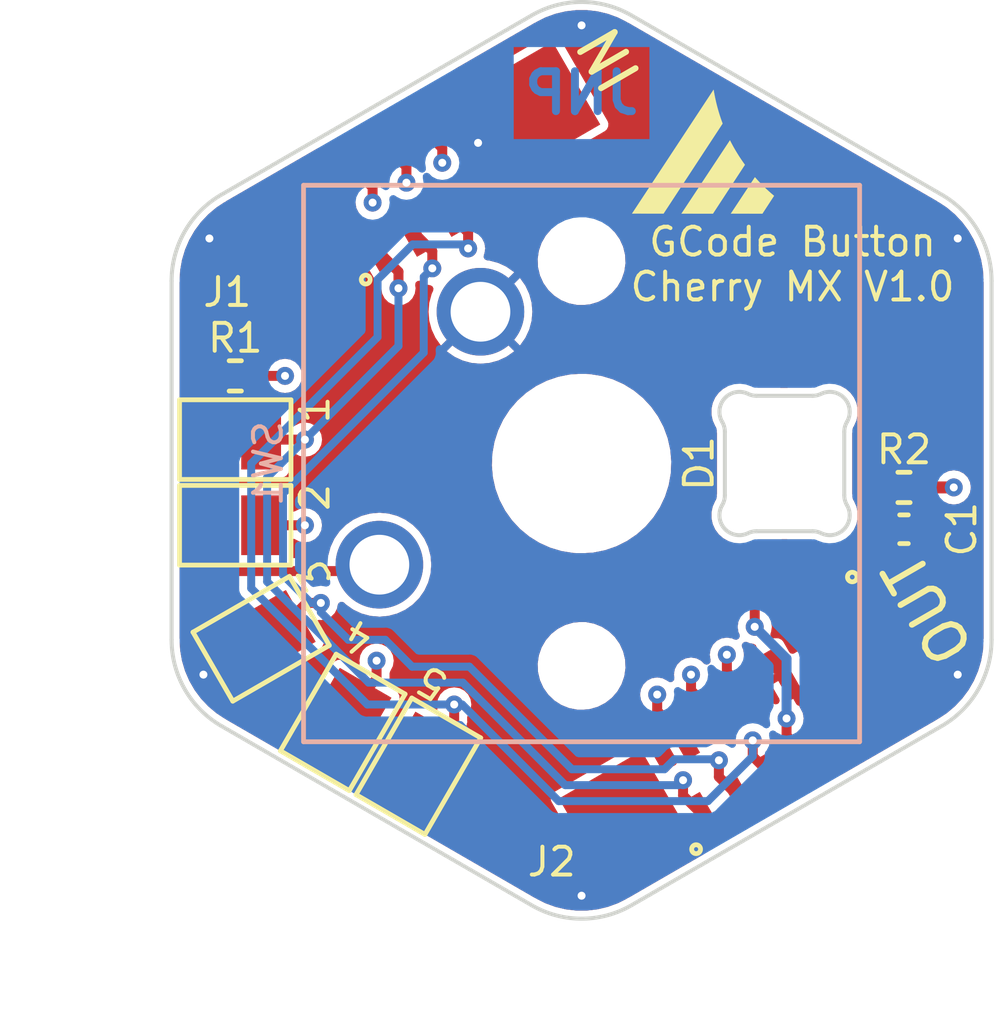
<source format=kicad_pcb>
(kicad_pcb (version 20211014) (generator pcbnew)
  (layers (0 "F.Cu" signal) (1 "In1.Cu" signal) (2 "In2.Cu" signal) (31 "B.Cu" signal) (34 "B.Paste" user) (35 "F.Paste" user) (36 "B.SilkS" user "B.Silkscreen") (37 "F.SilkS" user "F.Silkscreen") (38 "B.Mask" user) (39 "F.Mask" user) (44 "Edge.Cuts" user))
  (net 0 "")
  (net 1 "Net-(C1-Pad1)")
  (net 2 "+5V")
  (net 3 "GND")
  (net 4 "Din")
  (net 5 "Net-(J1-Pad4)")
  (net 6 "Net-(J1-Pad1)")
  (net 7 "Net-(J1-Pad2)")
  (net 8 "Net-(J1-Pad3)")
  (net 9 "Net-(J1-Pad5)")
  (net 10 "Dout")
  (net 11 "Net-(JP1-Pad1)")
  (footprint "SolderJumper-2_P1.3mm_Open_Pad1.0x1.5mm" (layer "F.Cu") (at 95.9 107.6 60)
    (fp_text reference "JP5" hide)
    (fp_text value "Jumper_2_Open")
    (fp_line (start -1.4 1) (end -1.4 -1) (layer "F.SilkS") (width 0.12))
    (fp_line (start 1.4 1) (end -1.4 1) (layer "F.SilkS") (width 0.12))
    (fp_line (start -1.4 -1) (end 1.4 -1) (layer "F.SilkS") (width 0.12))
    (fp_line (start 1.4 -1) (end 1.4 1) (layer "F.SilkS") (width 0.12))
    (pad "1" smd rect (at -0.65 0 60) (size 1 1.5) (layers "F.Cu" "F.Mask") (net 11 "Net-(JP1-Pad1)"))
    (pad "2" smd rect (at 0.65 0 60) (size 1 1.5) (layers "F.Cu" "F.Mask") (net 9 "Net-(J1-Pad5)"))
  )
  (footprint "R_0402_1005Metric" (layer "F.Cu") (at 91.3 97.8 180)
    (fp_text reference "R1" (at 0 0.95 unlocked) (layer "F.SilkS") (effects (font (size 0.7 0.7) (thickness 0.1))))
    (fp_text value "10k")
    (fp_line (start -0.153641 0.38) (end 0.153641 0.38) (layer "F.SilkS") (width 0.12))
    (fp_line (start -0.153641 -0.38) (end 0.153641 -0.38) (layer "F.SilkS") (width 0.12))
    (pad "1" smd roundrect (at -0.51 0 180) (size 0.54 0.64) (layers "F.Cu" "F.Paste" "F.Mask") (net 2 "+5V"))
    (pad "2" smd roundrect (at 0.51 0 180) (size 0.54 0.64) (layers "F.Cu" "F.Paste" "F.Mask") (net 11 "Net-(JP1-Pad1)"))
  )
  (footprint "SolderJumper-2_P1.3mm_Open_Pad1.0x1.5mm" (layer "F.Cu") (at 91.3 101.55)
    (fp_text reference "JP2" hide)
    (fp_text value "Jumper_2_Open")
    (fp_line (start 1.4 1) (end -1.4 1) (layer "F.SilkS") (width 0.12))
    (fp_line (start 1.4 -1) (end 1.4 1) (layer "F.SilkS") (width 0.12))
    (fp_line (start -1.4 1) (end -1.4 -1) (layer "F.SilkS") (width 0.12))
    (fp_line (start -1.4 -1) (end 1.4 -1) (layer "F.SilkS") (width 0.12))
    (pad "1" smd rect (at -0.65 0) (size 1 1.5) (layers "F.Cu" "F.Mask") (net 11 "Net-(JP1-Pad1)"))
    (pad "2" smd rect (at 0.65 0) (size 1 1.5) (layers "F.Cu" "F.Mask") (net 7 "Net-(J1-Pad2)"))
  )
  (footprint "SolderJumper-2_P1.3mm_Open_Pad1.0x1.5mm" (layer "F.Cu") (at 91.3 99.4)
    (fp_text reference "JP1" hide)
    (fp_text value "Jumper_2_Open")
    (fp_line (start 1.4 1) (end -1.4 1) (layer "F.SilkS") (width 0.12))
    (fp_line (start -1.4 1) (end -1.4 -1) (layer "F.SilkS") (width 0.12))
    (fp_line (start 1.4 -1) (end 1.4 1) (layer "F.SilkS") (width 0.12))
    (fp_line (start -1.4 -1) (end 1.4 -1) (layer "F.SilkS") (width 0.12))
    (pad "1" smd rect (at -0.65 0) (size 1 1.5) (layers "F.Cu" "F.Mask") (net 11 "Net-(JP1-Pad1)"))
    (pad "2" smd rect (at 0.65 0) (size 1 1.5) (layers "F.Cu" "F.Mask") (net 6 "Net-(J1-Pad1)"))
  )
  (footprint "R_0402_1005Metric" (layer "F.Cu") (at 108.1 100.6 180)
    (fp_text reference "R2" (at 0 0.95 unlocked) (layer "F.SilkS") (effects (font (size 0.7 0.7) (thickness 0.1))))
    (fp_text value "100R")
    (fp_line (start -0.153641 -0.38) (end 0.153641 -0.38) (layer "F.SilkS") (width 0.12))
    (fp_line (start -0.153641 0.38) (end 0.153641 0.38) (layer "F.SilkS") (width 0.12))
    (pad "1" smd roundrect (at -0.51 0 180) (size 0.54 0.64) (layers "F.Cu" "F.Paste" "F.Mask") (net 2 "+5V"))
    (pad "2" smd roundrect (at 0.51 0 180) (size 0.54 0.64) (layers "F.Cu" "F.Paste" "F.Mask") (net 1 "Net-(C1-Pad1)"))
  )
  (footprint "LED_SMD:SK6812MINI-E" (layer "F.Cu") (at 105.1 100 90)
    (fp_text reference "D1" (at 0 -2.15 90) (layer "F.SilkS") (effects (font (size 0.7 0.7) (thickness 0.1))))
    (fp_text value "SK6812mini-e")
    (fp_circle (center -2.85 1.7) (end -2.73 1.7) (layer "F.SilkS") (width 0.12) (fill none))
    (fp_line (start -0.794452 -1.499999) (end 0.794453 -1.499999) (layer "Edge.Cuts") (width 0.1))
    (fp_line (start -1.699999 0.702842) (end -1.699999 -0.702842) (layer "Edge.Cuts") (width 0.1))
    (fp_line (start 0.794452 1.5) (end -0.794452 1.5) (layer "Edge.Cuts") (width 0.1))
    (fp_line (start 1.699999 -0.702842) (end 1.699999 0.702842) (layer "Edge.Cuts") (width 0.1))
    (fp_arc (start 1.749484 0.919719) (mid 1.638073 1.504037) (end 1.046711 1.568299) (layer "Edge.Cuts") (width 0.1))
    (fp_arc (start 1.699999 -0.702843) (mid 1.712528 -0.814068) (end 1.749484 -0.91972) (layer "Edge.Cuts") (width 0.1))
    (fp_arc (start -1.749484 -0.91972) (mid -1.712527 -0.814068) (end -1.699999 -0.702842) (layer "Edge.Cuts") (width 0.1))
    (fp_arc (start -1.04671 1.568299) (mid -0.925122 1.517377) (end -0.794452 1.5) (layer "Edge.Cuts") (width 0.1))
    (fp_arc (start -0.794453 -1.5) (mid -0.925123 -1.517377) (end -1.046711 -1.568299) (layer "Edge.Cuts") (width 0.1))
    (fp_arc (start 1.046711 -1.568298) (mid 0.925123 -1.517376) (end 0.794453 -1.499999) (layer "Edge.Cuts") (width 0.1))
    (fp_arc (start 1.749484 0.91972) (mid 1.712519 0.814069) (end 1.699999 0.702842) (layer "Edge.Cuts") (width 0.1))
    (fp_arc (start 1.046711 -1.568298) (mid 1.638071 -1.504035) (end 1.749484 -0.91972) (layer "Edge.Cuts") (width 0.1))
    (fp_arc (start -1.046711 1.568297) (mid -1.63807 1.504034) (end -1.749484 0.91972) (layer "Edge.Cuts") (width 0.1))
    (fp_arc (start 0.794452 1.5) (mid 0.925123 1.517377) (end 1.046711 1.568299) (layer "Edge.Cuts") (width 0.1))
    (fp_arc (start -1.699999 0.702843) (mid -1.712527 0.814068) (end -1.749484 0.91972) (layer "Edge.Cuts") (width 0.1))
    (fp_arc (start -1.749484 -0.91972) (mid -1.638071 -1.504035) (end -1.046711 -1.568299) (layer "Edge.Cuts") (width 0.1))
    (pad "1" smd roundrect (at -2.85 0.75 180) (size 0.82 1.6) (layers "F.Cu" "F.Paste" "F.Mask") (roundrect_rratio 0.1) (net 1 "Net-(C1-Pad1)"))
    (pad "2" smd roundrect (at -2.85 -0.75 180) (size 0.82 1.6) (layers "F.Cu" "F.Paste" "F.Mask") (roundrect_rratio 0.1) (net 10 "Dout"))
    (pad "3" smd custom (at 2.85 -0.75) (size 0.6 0.6) (layers "F.Cu" "F.Paste" "F.Mask") (net 3 "GND") (options (clearance outline) (anchor circle)) (primitives (gr_poly (pts (xy 0.3 -0.515) (xy 0.295433 -0.537961) (xy 0.282426 -0.557426) (xy 0.262961 -0.570433) (xy 0.24 -0.575) (xy -0.24 -0.575) (xy -0.262961 -0.570433) (xy -0.282426 -0.557426) (xy -0.295433 -0.537961) (xy -0.3 -0.515) (xy -0.3 0.515) (xy -0.295433 0.537961) (xy -0.282426 0.557426) (xy -0.262961 0.570433) (xy -0.24 0.575) (xy 0.24 0.575) (xy 0.262961 0.570433) (xy 0.282426 0.557426) (xy 0.295433 0.537961) (xy 0.3 0.515)) (width 0) (fill yes)) (gr_poly (pts (xy -0.15 -0.775) (xy -0.45 -0.475) (xy -0.45 0.795) (xy 0.35 0.795) (xy 0.35 -0.775)) (width 0.01) (fill yes))))
    (pad "4" smd roundrect (at 2.85 0.75) (size 0.82 1.6) (layers "F.Cu" "F.Paste" "F.Mask") (roundrect_rratio 0.1) (net 4 "Din"))
  )
  (footprint "C_0402_1005Metric" (layer "F.Cu") (at 108.1 101.65)
    (fp_text reference "C1" (at 1.45 0 90 unlocked) (layer "F.SilkS") (effects (font (size 0.7 0.7) (thickness 0.1))))
    (fp_text value "100n")
    (fp_line (start -0.107836 0.36) (end 0.107836 0.36) (layer "F.SilkS") (width 0.12))
    (fp_line (start -0.107836 -0.36) (end 0.107836 -0.36) (layer "F.SilkS") (width 0.12))
    (pad "1" smd roundrect (at -0.48 0) (size 0.56 0.62) (layers "F.Cu" "F.Paste" "F.Mask") (net 1 "Net-(C1-Pad1)"))
    (pad "2" smd roundrect (at 0.48 0) (size 0.56 0.62) (layers "F.Cu" "F.Paste" "F.Mask") (net 3 "GND"))
  )
  (footprint "SolderJumper-2_P1.3mm_Open_Pad1.0x1.5mm" (layer "F.Cu") (at 91.95 104.4 30)
    (fp_text reference "JP3" hide)
    (fp_text value "Jumper_2_Open")
    (fp_line (start 1.4 -1) (end 1.4 1) (layer "F.SilkS") (width 0.12))
    (fp_line (start -1.4 1) (end -1.4 -1) (layer "F.SilkS") (width 0.12))
    (fp_line (start 1.4 1) (end -1.4 1) (layer "F.SilkS") (width 0.12))
    (fp_line (start -1.4 -1) (end 1.4 -1) (layer "F.SilkS") (width 0.12))
    (pad "1" smd rect (at -0.65 0 30) (size 1 1.5) (layers "F.Cu" "F.Mask") (net 11 "Net-(JP1-Pad1)"))
    (pad "2" smd rect (at 0.65 0 30) (size 1 1.5) (layers "F.Cu" "F.Mask") (net 8 "Net-(J1-Pad3)"))
  )
  (footprint "JUSHUO AFC11-S08ICC-00" (layer "F.Cu") (at 95.8 92.8 30)
    (fp_text reference "J1" (at -5.520319 0.161474 unlocked) (layer "F.SilkS") (effects (font (size 0.7 0.7) (thickness 0.1))))
    (fp_text value "Conn_01x08")
    (fp_circle (center -2.35 1.625) (end -2.45 1.575) (layer "F.SilkS") (width 0.12) (fill none))
    (pad "1" smd rect (at -1.75 1.1 30) (size 0.4 1.35) (layers "F.Cu" "F.Paste" "F.Mask") (net 6 "Net-(J1-Pad1)"))
    (pad "2" smd rect (at -1.25 -1.1 30) (size 0.4 1.35) (layers "F.Cu" "F.Paste" "F.Mask") (net 7 "Net-(J1-Pad2)"))
    (pad "3" smd rect (at -0.75 1.1 30) (size 0.4 1.35) (layers "F.Cu" "F.Paste" "F.Mask") (net 8 "Net-(J1-Pad3)"))
    (pad "4" smd rect (at -0.25 -1.1 30) (size 0.4 1.35) (layers "F.Cu" "F.Paste" "F.Mask") (net 5 "Net-(J1-Pad4)"))
    (pad "5" smd rect (at 0.25 1.1 30) (size 0.4 1.35) (layers "F.Cu" "F.Paste" "F.Mask") (net 9 "Net-(J1-Pad5)"))
    (pad "6" smd rect (at 0.75 -1.1 30) (size 0.4 1.35) (layers "F.Cu" "F.Paste" "F.Mask") (net 2 "+5V"))
    (pad "7" smd rect (at 1.25 1.1 30) (size 0.4 1.35) (layers "F.Cu" "F.Paste" "F.Mask") (net 4 "Din"))
    (pad "8" smd rect (at 1.75 -1.1 30) (size 0.4 1.35) (layers "F.Cu" "F.Paste" "F.Mask") (net 3 "GND"))
    (pad "MP" smd rect (at 3.5 0 210) (size 2.4 2.4) (layers "F.Cu" "F.Paste" "F.Mask"))
    (pad "MP" smd rect (at -3.5 0 210) (size 2.4 2.4) (layers "F.Cu" "F.Paste" "F.Mask"))
  )
  (footprint "JUSHUO AFC11-S08ICC-00" (layer "F.Cu") (at 104.1 107.1 30)
    (fp_text reference "J2" (at -5.650223 0.086474 unlocked) (layer "F.SilkS") (effects (font (size 0.7 0.7) (thickness 0.1))))
    (fp_text value "Conn_01x08")
    (fp_circle (center -2.35 1.625) (end -2.45 1.575) (layer "F.SilkS") (width 0.12) (fill none))
    (pad "1" smd rect (at -1.75 1.1 30) (size 0.4 1.35) (layers "F.Cu" "F.Paste" "F.Mask") (net 6 "Net-(J1-Pad1)"))
    (pad "2" smd rect (at -1.25 -1.1 30) (size 0.4 1.35) (layers "F.Cu" "F.Paste" "F.Mask") (net 7 "Net-(J1-Pad2)"))
    (pad "3" smd rect (at -0.75 1.1 30) (size 0.4 1.35) (layers "F.Cu" "F.Paste" "F.Mask") (net 8 "Net-(J1-Pad3)"))
    (pad "4" smd rect (at -0.25 -1.1 30) (size 0.4 1.35) (layers "F.Cu" "F.Paste" "F.Mask") (net 5 "Net-(J1-Pad4)"))
    (pad "5" smd rect (at 0.25 1.1 30) (size 0.4 1.35) (layers "F.Cu" "F.Paste" "F.Mask") (net 9 "Net-(J1-Pad5)"))
    (pad "6" smd rect (at 0.75 -1.1 30) (size 0.4 1.35) (layers "F.Cu" "F.Paste" "F.Mask") (net 2 "+5V"))
    (pad "7" smd rect (at 1.25 1.1 30) (size 0.4 1.35) (layers "F.Cu" "F.Paste" "F.Mask") (net 10 "Dout"))
    (pad "8" smd rect (at 1.75 -1.1 30) (size 0.4 1.35) (layers "F.Cu" "F.Paste" "F.Mask") (net 3 "GND"))
    (pad "MP" smd rect (at -3.5 0 210) (size 2.4 2.4) (layers "F.Cu" "F.Paste" "F.Mask"))
    (pad "MP" smd rect (at 3.5 0 210) (size 2.4 2.4) (layers "F.Cu" "F.Paste" "F.Mask"))
  )
  (footprint "SolderJumper-2_P1.3mm_Open_Pad1.0x1.5mm" (layer "F.Cu") (at 94 106.5 60)
    (fp_text reference "JP4" hide)
    (fp_text value "Jumper_2_Open")
    (fp_line (start -1.4 1) (end -1.4 -1) (layer "F.SilkS") (width 0.12))
    (fp_line (start 1.4 -1) (end 1.4 1) (layer "F.SilkS") (width 0.12))
    (fp_line (start 1.4 1) (end -1.4 1) (layer "F.SilkS") (width 0.12))
    (fp_line (start -1.4 -1) (end 1.4 -1) (layer "F.SilkS") (width 0.12))
    (pad "1" smd rect (at -0.65 0 60) (size 1 1.5) (layers "F.Cu" "F.Mask") (net 11 "Net-(JP1-Pad1)"))
    (pad "2" smd rect (at 0.65 0 60) (size 1 1.5) (layers "F.Cu" "F.Mask") (net 5 "Net-(J1-Pad4)"))
  )
  (footprint "SW_Cherry_MX_1.00u_PCB" (layer "B.Cu") (at 100 100 -90)
    (fp_text reference "SW1" (at 0 7.874 90 unlocked) (layer "B.SilkS") (effects (font (size 0.7 0.7) (thickness 0.1)) (justify mirror)))
    (fp_text value "Cherry_MX")
    (fp_line (start -6.985 -6.985) (end -6.985 6.985) (layer "B.SilkS") (width 0.12))
    (fp_line (start 6.985 6.985) (end 6.985 -6.985) (layer "B.SilkS") (width 0.12))
    (fp_line (start 6.985 -6.985) (end -6.985 -6.985) (layer "B.SilkS") (width 0.12))
    (fp_line (start -6.985 6.985) (end 6.985 6.985) (layer "B.SilkS") (width 0.12))
    (pad "" np_thru_hole circle (at -5.08 0 270) (size 1.7 1.7) (drill 1.7) (layers *.Cu *.Mask))
    (pad "" np_thru_hole circle (at 5.08 0 270) (size 1.7 1.7) (drill 1.7) (layers *.Cu *.Mask))
    (pad "" np_thru_hole circle (at 0 0 270) (size 4 4) (drill 4) (layers *.Cu *.Mask))
    (pad "1" thru_hole circle (at 2.54 5.08 270) (size 2.2 2.2) (drill 1.5) (layers *.Cu *.Mask) (net 11 "Net-(JP1-Pad1)"))
    (pad "2" thru_hole circle (at -3.81 2.54 270) (size 2.2 2.2) (drill 1.5) (layers *.Cu *.Mask) (net 3 "GND"))
  )
  (gr_poly (pts (xy 103.336039 90.72389) (xy 103.357846 90.83281) (xy 103.382373 90.941082) (xy 103.409545 91.048507) (xy 103.439287 91.154881) (xy 103.471525 91.260006) (xy 103.506184 91.36368) (xy 103.543189 91.465702) (xy 102.059011 93.726937) (xy 101.267365 93.726103) (xy 103.317026 90.614524)) (layer "F.SilkS") (width 0.003) (fill solid))
  (gr_poly (pts (xy 103.769224 91.966155) (xy 103.812379 92.045579) (xy 103.857118 92.124004) (xy 103.90342 92.201407) (xy 103.951264 92.277766) (xy 104.000632 92.353058) (xy 104.051502 92.427262) (xy 104.103854 92.500355) (xy 103.3 93.728659) (xy 102.508591 93.727532) (xy 103.727672 91.885754)) (layer "F.SilkS") (width 0.003) (fill solid))
  (gr_poly (pts (xy 104.41079 92.874526) (xy 104.468096 92.935837) (xy 104.526556 92.996031) (xy 104.586152 93.055093) (xy 104.646867 93.113005) (xy 104.708683 93.16975) (xy 104.771583 93.225312) (xy 104.835549 93.279674) (xy 104.835549 93.279682) (xy 104.542354 93.728659) (xy 103.749818 93.726937) (xy 104.354655 92.812116)) (layer "F.SilkS") (width 0.003) (fill solid))
  (gr_line (start 90.950001 93.251829) (end 98.75 88.748496) (layer "Edge.Cuts") (width 0.1))
  (gr_arc (start 90.949999 106.588621) (mid 90.034912 105.673568) (end 89.699999 104.423558) (layer "Edge.Cuts") (width 0.1))
  (gr_arc (start 110.300001 104.423557) (mid 109.965044 105.67354) (end 109.05 106.588622) (layer "Edge.Cuts") (width 0.1))
  (gr_line (start 110.299999 95.416892) (end 110.300001 104.423557) (layer "Edge.Cuts") (width 0.1))
  (gr_line (start 98.75 111.091953) (end 90.949999 106.588621) (layer "Edge.Cuts") (width 0.1))
  (gr_arc (start 109.049999 93.251829) (mid 109.965058 94.166889) (end 110.299999 95.416892) (layer "Edge.Cuts") (width 0.1))
  (gr_line (start 101.249999 88.748496) (end 109.049999 93.251829) (layer "Edge.Cuts") (width 0.1))
  (gr_arc (start 89.699999 95.416895) (mid 90.034939 94.166897) (end 90.950001 93.251829) (layer "Edge.Cuts") (width 0.1))
  (gr_arc (start 98.75 88.748496) (mid 100 88.413559) (end 101.249999 88.748496) (layer "Edge.Cuts") (width 0.1))
  (gr_arc (start 101.25 111.091952) (mid 99.999998 111.426898) (end 98.75 111.091953) (layer "Edge.Cuts") (width 0.1))
  (gr_line (start 109.05 106.588622) (end 101.25 111.091952) (layer "Edge.Cuts") (width 0.1))
  (gr_line (start 89.699999 104.423558) (end 89.699999 95.416895) (layer "Edge.Cuts") (width 0.1))
  (gr_text "JNP" (at 100 90.7) (layer "B.Cu") (effects (font (size 1 1) (thickness 0.2)) (justify mirror)))
  (gr_text "OUT" (at 108.7 103.65 120) (layer "F.SilkS") (effects (font (size 1 1))))
  (gr_text "IN" (at 100.7 89.85 120) (layer "F.SilkS") (effects (font (size 1 1))))
  (gr_text "GCode Button\nCherry MX V1.0" (at 105.3 95) (layer "F.SilkS") (effects (font (size 0.7 0.7) (thickness 0.1))))
  (gr_text "4" (at 94.4 104.35 150) (layer "F.SilkS") (effects (font (size 0.7 0.7) (thickness 0.1))))
  (gr_text "5" (at 96.25 105.5 150) (layer "F.SilkS") (effects (font (size 0.7 0.7) (thickness 0.1))))
  (gr_text "2" (at 93.3 100.85 90) (layer "F.SilkS") (effects (font (size 0.7 0.7) (thickness 0.1))))
  (gr_text "3" (at 93.3 102.8 120) (layer "F.SilkS") (effects (font (size 0.7 0.7) (thickness 0.1))))
  (gr_text "1" (at 93.3 98.65 90) (layer "F.SilkS") (effects (font (size 0.7 0.7) (thickness 0.1))))
  (segment (start 107.62 101.65) (end 107.62 100.63) (width 0.3) (layer "F.Cu") (net 1))
  (segment (start 107.62 100.63) (end 107.59 100.6) (width 0.3) (layer "F.Cu") (net 1))
  (segment (start 106.42 102.85) (end 107.62 101.65) (width 0.3) (layer "F.Cu") (net 1))
  (segment (start 105.85 102.85) (end 106.42 102.85) (width 0.3) (layer "F.Cu") (net 1))
  (segment (start 108.61 100.6) (end 109.35 100.6) (width 0.3) (layer "F.Cu") (net 2))
  (segment (start 92.55 97.8) (end 91.81 97.8) (width 0.25) (layer "F.Cu") (net 2))
  (segment (start 96.5 92.45) (end 96.5 92.082004) (width 0.25) (layer "F.Cu") (net 2))
  (segment (start 103.65 104.8) (end 103.65 105.232004) (width 0.25) (layer "F.Cu") (net 2))
  (segment (start 103.65 105.232004) (end 104.212019 105.794023) (width 0.25) (layer "F.Cu") (net 2))
  (segment (start 96.5 92.082004) (end 95.912019 91.494023) (width 0.25) (layer "F.Cu") (net 2))
  (via (at 103.65 104.8) (size 0.45) (drill 0.2) (layers "F.Cu" "B.Cu") (net 2))
  (via (at 92.55 97.8) (size 0.45) (drill 0.2) (layers "F.Cu" "B.Cu") (net 2))
  (via (at 96.5 92.45) (size 0.45) (drill 0.2) (layers "F.Cu" "B.Cu") (net 2))
  (via (at 109.35 100.6) (size 0.45) (drill 0.2) (layers "F.Cu" "B.Cu") (net 2))
  (via (at 90.65 94.35) (size 0.45) (drill 0.2) (layers "F.Cu" "B.Cu") (net 3))
  (via (at 109.45 94.35) (size 0.45) (drill 0.2) (layers "F.Cu" "B.Cu") (net 3))
  (via (at 100 110.85) (size 0.45) (drill 0.2) (layers "F.Cu" "B.Cu") (net 3))
  (via (at 109.45 105.3) (size 0.45) (drill 0.2) (layers "F.Cu" "B.Cu") (net 3))
  (via (at 97.4 91.95) (size 0.45) (drill 0.2) (layers "F.Cu" "B.Cu") (net 3))
  (via (at 100 89) (size 0.45) (drill 0.2) (layers "F.Cu" "B.Cu") (net 3))
  (via (at 90.5 105.3) (size 0.45) (drill 0.2) (layers "F.Cu" "B.Cu") (net 3))
  (segment (start 97.420032 93.105977) (end 97.964055 93.65) (width 0.25) (layer "F.Cu") (net 4))
  (segment (start 105.85 95.95) (end 105.85 97.15) (width 0.25) (layer "F.Cu") (net 4))
  (segment (start 103.55 93.65) (end 105.85 95.95) (width 0.25) (layer "F.Cu") (net 4))
  (segment (start 97.964055 93.65) (end 103.55 93.65) (width 0.25) (layer "F.Cu") (net 4))
  (segment (start 94.85 104.95) (end 94.85 105.412083) (width 0.25) (layer "F.Cu") (net 5))
  (segment (start 102.75 105.3) (end 102.75 105.698029) (width 0.25) (layer "F.Cu") (net 5))
  (segment (start 95.6 92.548029) (end 95.045994 91.994023) (width 0.25) (layer "F.Cu") (net 5))
  (segment (start 102.75 105.698029) (end 103.345994 106.294023) (width 0.25) (layer "F.Cu") (net 5))
  (segment (start 95.6 92.95) (end 95.6 92.548029) (width 0.25) (layer "F.Cu") (net 5))
  (segment (start 94.85 105.412083) (end 94.325 105.937083) (width 0.25) (layer "F.Cu") (net 5))
  (via (at 95.6 92.95) (size 0.45) (drill 0.2) (layers "F.Cu" "B.Cu") (net 5))
  (via (at 102.75 105.3) (size 0.45) (drill 0.2) (layers "F.Cu" "B.Cu") (net 5))
  (via (at 94.85 104.95) (size 0.45) (drill 0.2) (layers "F.Cu" "B.Cu") (net 5))
  (segment (start 102.55 107.95) (end 102.55 108.334021) (width 0.25) (layer "F.Cu") (net 6))
  (segment (start 102.55 108.334021) (end 103.121956 108.905977) (width 0.25) (layer "F.Cu") (net 6))
  (segment (start 95.4 95.6) (end 95.4 95.184021) (width 0.25) (layer "F.Cu") (net 6))
  (segment (start 95.4 95.184021) (end 94.821956 94.605977) (width 0.25) (layer "F.Cu") (net 6))
  (segment (start 91.95 99.4) (end 93.05 99.4) (width 0.25) (layer "F.Cu") (net 6))
  (via (at 102.55 107.95) (size 0.45) (drill 0.2) (layers "F.Cu" "B.Cu") (net 6))
  (via (at 93.05 99.4) (size 0.45) (drill 0.2) (layers "F.Cu" "B.Cu") (net 6))
  (via (at 95.4 95.6) (size 0.45) (drill 0.2) (layers "F.Cu" "B.Cu") (net 6))
  (segment (start 93.05 103.9) (end 94.65 105.5) (width 0.2) (layer "B.Cu") (net 6))
  (segment (start 93.05 99.4) (end 92.1 100.35) (width 0.2) (layer "B.Cu") (net 6))
  (segment (start 95.4 97.05) (end 93.05 99.4) (width 0.2) (layer "B.Cu") (net 6))
  (segment (start 92.1 102.965686) (end 93.034314 103.9) (width 0.2) (layer "B.Cu") (net 6))
  (segment (start 94.65 105.5) (end 97.015686 105.5) (width 0.2) (layer "B.Cu") (net 6))
  (segment (start 102.425 108.075) (end 102.55 107.95) (width 0.2) (layer "B.Cu") (net 6))
  (segment (start 95.4 95.6) (end 95.4 97.05) (width 0.2) (layer "B.Cu") (net 6))
  (segment (start 92.1 100.35) (end 92.1 102.965686) (width 0.2) (layer "B.Cu") (net 6))
  (segment (start 99.590686 108.075) (end 102.425 108.075) (width 0.2) (layer "B.Cu") (net 6))
  (segment (start 93.034314 103.9) (end 93.05 103.9) (width 0.2) (layer "B.Cu") (net 6))
  (segment (start 97.015686 105.5) (end 99.590686 108.075) (width 0.2) (layer "B.Cu") (net 6))
  (segment (start 94.75 93.064055) (end 94.179968 92.494023) (width 0.25) (layer "F.Cu") (net 7))
  (segment (start 101.9 105.8) (end 101.9 106.214055) (width 0.25) (layer "F.Cu") (net 7))
  (segment (start 91.95 101.55) (end 93.05 101.55) (width 0.25) (layer "F.Cu") (net 7))
  (segment (start 101.9 106.214055) (end 102.479968 106.794023) (width 0.25) (layer "F.Cu") (net 7))
  (segment (start 94.75 93.45) (end 94.75 93.064055) (width 0.25) (layer "F.Cu") (net 7))
  (via (at 93.05 101.55) (size 0.45) (drill 0.2) (layers "F.Cu" "B.Cu") (net 7))
  (via (at 94.75 93.45) (size 0.45) (drill 0.2) (layers "F.Cu" "B.Cu") (net 7))
  (via (at 101.9 105.8) (size 0.45) (drill 0.2) (layers "F.Cu" "B.Cu") (net 7))
  (segment (start 103.45 107.45) (end 103.45 107.867996) (width 0.25) (layer "F.Cu") (net 8))
  (segment (start 96.25 94.667996) (end 95.687981 94.105977) (width 0.25) (layer "F.Cu") (net 8))
  (segment (start 103.45 107.867996) (end 103.987981 108.405977) (width 0.25) (layer "F.Cu") (net 8))
  (segment (start 96.25 95.1) (end 96.25 94.667996) (width 0.25) (layer "F.Cu") (net 8))
  (segment (start 93.45 103.5) (end 93.087917 103.5) (width 0.25) (layer "F.Cu") (net 8))
  (segment (start 93.087917 103.5) (end 92.512917 104.075) (width 0.25) (layer "F.Cu") (net 8))
  (via (at 93.45 103.5) (size 0.45) (drill 0.2) (layers "F.Cu" "B.Cu") (net 8))
  (via (at 103.45 107.45) (size 0.45) (drill 0.2) (layers "F.Cu" "B.Cu") (net 8))
  (via (at 96.25 95.1) (size 0.45) (drill 0.2) (layers "F.Cu" "B.Cu") (net 8))
  (segment (start 103.425 107.425) (end 102.332537 107.425) (width 0.2) (layer "B.Cu") (net 8))
  (segment (start 93.45 103.55) (end 93.5 103.6) (width 0.25) (layer "B.Cu") (net 8))
  (segment (start 93.2 103.5) (end 93.45 103.5) (width 0.2) (layer "B.Cu") (net 8))
  (segment (start 96.035 97.215) (end 92.5 100.75) (width 0.2) (layer "B.Cu") (net 8))
  (segment (start 99.756372 107.675) (end 97.181372 105.1) (width 0.2) (layer "B.Cu") (net 8))
  (segment (start 96.035 95.315) (end 96.035 97.215) (width 0.2) (layer "B.Cu") (net 8))
  (segment (start 94.140686 104.425) (end 93.45 103.734314) (width 0.2) (layer "B.Cu") (net 8))
  (segment (start 102.082537 107.675) (end 99.756372 107.675) (width 0.2) (layer "B.Cu") (net 8))
  (segment (start 95.742463 105.1) (end 95.067463 104.425) (width 0.2) (layer "B.Cu") (net 8))
  (segment (start 97.181372 105.1) (end 95.742463 105.1) (width 0.2) (layer "B.Cu") (net 8))
  (segment (start 95.067463 104.425) (end 94.140686 104.425) (width 0.2) (layer "B.Cu") (net 8))
  (segment (start 102.332537 107.425) (end 102.082537 107.675) (width 0.2) (layer "B.Cu") (net 8))
  (segment (start 103.45 107.45) (end 103.425 107.425) (width 0.2) (layer "B.Cu") (net 8))
  (segment (start 93.45 103.734314) (end 93.45 103.5) (width 0.2) (layer "B.Cu") (net 8))
  (segment (start 92.5 100.75) (end 92.5 102.8) (width 0.2) (layer "B.Cu") (net 8))
  (segment (start 96.25 95.1) (end 96.035 95.315) (width 0.2) (layer "B.Cu") (net 8))
  (segment (start 92.5 102.8) (end 93.2 103.5) (width 0.2) (layer "B.Cu") (net 8))
  (segment (start 96.8 106.05) (end 96.8 106.462083) (width 0.25) (layer "F.Cu") (net 9))
  (segment (start 96.8 106.462083) (end 96.225 107.037083) (width 0.25) (layer "F.Cu") (net 9))
  (segment (start 104.3 107.351971) (end 104.854006 107.905977) (width 0.25) (layer "F.Cu") (net 9))
  (segment (start 97.15 94.6) (end 97.15 94.201971) (width 0.25) (layer "F.Cu") (net 9))
  (segment (start 104.3 106.95) (end 104.3 107.351971) (width 0.25) (layer "F.Cu") (net 9))
  (segment (start 97.15 94.201971) (end 96.554006 93.605977) (width 0.25) (layer "F.Cu") (net 9))
  (via (at 104.3 106.95) (size 0.45) (drill 0.2) (layers "F.Cu" "B.Cu") (net 9))
  (via (at 96.8 106.05) (size 0.45) (drill 0.2) (layers "F.Cu" "B.Cu") (net 9))
  (via (at 97.15 94.6) (size 0.45) (drill 0.2) (layers "F.Cu" "B.Cu") (net 9))
  (segment (start 94.875 95.382537) (end 94.875 96.825) (width 0.2) (layer "B.Cu") (net 9))
  (segment (start 104.3 107.35) (end 103.175 108.475) (width 0.2) (layer "B.Cu") (net 9))
  (segment (start 94.875 96.825) (end 91.7 100) (width 0.2) (layer "B.Cu") (net 9))
  (segment (start 97.15 94.6) (end 97.05 94.5) (width 0.2) (layer "B.Cu") (net 9))
  (segment (start 91.7 100) (end 91.7 103.131372) (width 0.2) (layer "B.Cu") (net 9))
  (segment (start 91.7 103.131372) (end 94.618628 106.05) (width 0.2) (layer "B.Cu") (net 9))
  (segment (start 94.618628 106.05) (end 96.8 106.05) (width 0.2) (layer "B.Cu") (net 9))
  (segment (start 104.3 106.95) (end 104.3 107.35) (width 0.2) (layer "B.Cu") (net 9))
  (segment (start 97.05 94.5) (end 95.757537 94.5) (width 0.2) (layer "B.Cu") (net 9))
  (segment (start 97 106.05) (end 96.8 106.05) (width 0.2) (layer "B.Cu") (net 9))
  (segment (start 95.757537 94.5) (end 94.875 95.382537) (width 0.2) (layer "B.Cu") (net 9))
  (segment (start 103.175 108.475) (end 99.425 108.475) (width 0.2) (layer "B.Cu") (net 9))
  (segment (start 99.425 108.475) (end 97 106.05) (width 0.2) (layer "B.Cu") (net 9))
  (segment (start 104.35 102.75) (end 104.35 104.1) (width 0.25) (layer "F.Cu") (net 10))
  (segment (start 105.15 106.4) (end 105.15 106.835945) (width 0.25) (layer "F.Cu") (net 10))
  (segment (start 105.15 106.835945) (end 105.720032 107.405977) (width 0.25) (layer "F.Cu") (net 10))
  (via (at 105.15 106.4) (size 0.45) (drill 0.2) (layers "F.Cu" "B.Cu") (net 10))
  (via (at 104.35 104.1) (size 0.45) (drill 0.2) (layers "F.Cu" "B.Cu") (net 10))
  (segment (start 105.15 104.9) (end 105.15 106.4) (width 0.25) (layer "B.Cu") (net 10))
  (segment (start 104.35 104.1) (end 105.15 104.9) (width 0.25) (layer "B.Cu") (net 10))
  (segment (start 94.775 108.162917) (end 93.675 107.062917) (width 0.25) (layer "F.Cu") (net 11))
  (segment (start 90.65 101.55) (end 90.65 102.7) (width 0.25) (layer "F.Cu") (net 11))
  (segment (start 90.65 102.7) (end 90.65 103.987917) (width 0.25) (layer "F.Cu") (net 11))
  (segment (start 90.65 99.4) (end 90.65 97.94) (width 0.25) (layer "F.Cu") (net 11))
  (segment (start 91.387083 104.775) (end 91.387083 104.725) (width 0.25) (layer "F.Cu") (net 11))
  (segment (start 94.76 102.7) (end 90.65 102.7) (width 0.25) (layer "F.Cu") (net 11))
  (segment (start 90.65 97.94) (end 90.79 97.8) (width 0.25) (layer "F.Cu") (net 11))
  (segment (start 94.92 102.54) (end 94.76 102.7) (width 0.25) (layer "F.Cu") (net 11))
  (segment (start 90.65 99.4) (end 90.65 101.55) (width 0.25) (layer "F.Cu") (net 11))
  (segment (start 95.575 108.162917) (end 94.775 108.162917) (width 0.25) (layer "F.Cu") (net 11))
  (segment (start 90.65 103.987917) (end 91.387083 104.725) (width 0.25) (layer "F.Cu") (net 11))
  (segment (start 93.675 107.062917) (end 91.387083 104.775) (width 0.25) (layer "F.Cu") (net 11))
  (zone (net 3) (net_name "GND") (layer "F.Cu") (connect_pads (clearance 0.2)) (min_thickness 0.2) (fill yes (thermal_gap 0.2) (thermal_bridge_width 0.2))
    (polygon (pts (xy 110.326185 111.449999) (xy 89.676185 111.45) (xy 89.676185 88.399999) (xy 110.326185 88.399999)))
  )
  (zone (net 3) (net_name "GND") (layer "B.Cu") (connect_pads (clearance 0.2)) (min_thickness 0.2) (fill yes (thermal_gap 0.2) (thermal_bridge_width 0.2))
    (polygon (pts (xy 89.676185 88.4) (xy 110.326185 88.4) (xy 110.326185 111.45) (xy 89.676185 111.45)))
  )
)
</source>
